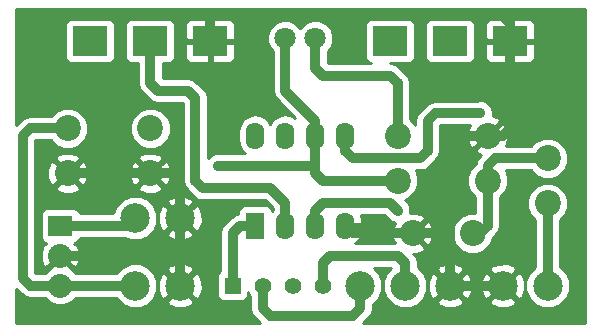
<source format=gbl>
G04 (created by PCBNEW (2013-07-07 BZR 4022)-stable) date 24/05/2018 08:43:11*
%MOIN*%
G04 Gerber Fmt 3.4, Leading zero omitted, Abs format*
%FSLAX34Y34*%
G01*
G70*
G90*
G04 APERTURE LIST*
%ADD10C,0.00590551*%
%ADD11C,0.0866142*%
%ADD12R,0.11811X0.0984252*%
%ADD13R,0.062X0.09*%
%ADD14O,0.062X0.09*%
%ADD15C,0.0984252*%
%ADD16R,0.08X0.07*%
%ADD17C,0.08*%
%ADD18R,0.055X0.055*%
%ADD19C,0.055*%
%ADD20C,0.0708661*%
%ADD21C,0.035*%
%ADD22C,0.032*%
%ADD23C,0.01*%
G04 APERTURE END LIST*
G54D10*
G54D11*
X76750Y-58500D03*
X76750Y-60000D03*
G54D12*
X74750Y-55598D03*
X76750Y-55598D03*
X78750Y-55598D03*
X84750Y-55598D03*
X86750Y-55598D03*
X88750Y-55598D03*
G54D11*
X74000Y-58500D03*
X74000Y-60000D03*
X85000Y-58750D03*
X88000Y-58750D03*
G54D13*
X80250Y-61750D03*
G54D14*
X81250Y-61750D03*
X82250Y-61750D03*
X83250Y-61750D03*
X83250Y-58750D03*
X82250Y-58750D03*
X81250Y-58750D03*
X80250Y-58750D03*
G54D15*
X76250Y-63750D03*
X77750Y-63750D03*
X90000Y-63750D03*
X86750Y-63750D03*
X88500Y-63750D03*
X77750Y-61500D03*
X76250Y-61500D03*
X85250Y-63750D03*
X83750Y-63750D03*
G54D16*
X73750Y-61750D03*
G54D17*
X73750Y-63750D03*
X73750Y-62750D03*
G54D11*
X90000Y-59500D03*
X90000Y-61000D03*
G54D18*
X79500Y-63750D03*
G54D19*
X80500Y-63750D03*
X81500Y-63750D03*
X82500Y-63750D03*
G54D11*
X85000Y-60250D03*
X88000Y-60250D03*
X87500Y-62000D03*
X85500Y-62000D03*
G54D20*
X81250Y-55500D03*
X82250Y-55500D03*
G54D21*
X79000Y-59750D03*
X87750Y-58000D03*
X85000Y-61250D03*
G54D22*
X88750Y-55000D02*
X88500Y-54750D01*
X73000Y-55000D02*
X73250Y-54750D01*
X73250Y-54750D02*
X78750Y-54750D01*
X78750Y-55500D02*
X78750Y-54750D01*
X78750Y-54750D02*
X88500Y-54750D01*
X88000Y-58750D02*
X88500Y-58750D01*
X88750Y-58500D02*
X88750Y-55500D01*
X88500Y-58750D02*
X88750Y-58500D01*
X88750Y-55000D02*
X88750Y-55500D01*
X75250Y-57500D02*
X75000Y-57250D01*
X73000Y-57000D02*
X73000Y-55000D01*
X73250Y-57250D02*
X75000Y-57250D01*
X73000Y-57000D02*
X73250Y-57250D01*
X75250Y-57500D02*
X75250Y-60000D01*
X85500Y-62000D02*
X86750Y-62000D01*
X86750Y-63750D02*
X86750Y-62000D01*
X86750Y-62000D02*
X86750Y-59000D01*
X86750Y-59000D02*
X87000Y-58750D01*
X87000Y-58750D02*
X88000Y-58750D01*
X73750Y-62750D02*
X77750Y-62750D01*
X77750Y-63750D02*
X77750Y-62750D01*
X77750Y-62750D02*
X77750Y-61500D01*
X85500Y-62000D02*
X83500Y-62000D01*
X83500Y-62000D02*
X83250Y-61750D01*
X86750Y-63750D02*
X88500Y-63750D01*
X77750Y-61500D02*
X77750Y-60250D01*
X77500Y-60000D02*
X76750Y-60000D01*
X77750Y-60250D02*
X77500Y-60000D01*
X74000Y-60000D02*
X75250Y-60000D01*
X75250Y-60000D02*
X76750Y-60000D01*
X90000Y-61000D02*
X90000Y-63750D01*
X80750Y-60500D02*
X78500Y-60500D01*
X78250Y-60250D02*
X78250Y-57500D01*
X78500Y-60500D02*
X78250Y-60250D01*
X77000Y-57250D02*
X76750Y-57000D01*
X81250Y-61000D02*
X80750Y-60500D01*
X78250Y-57500D02*
X78000Y-57250D01*
X78000Y-57250D02*
X77000Y-57250D01*
X81250Y-61750D02*
X81250Y-61000D01*
X76750Y-57000D02*
X76750Y-55500D01*
X73750Y-61750D02*
X76000Y-61750D01*
X76000Y-61750D02*
X76250Y-61500D01*
X73750Y-63750D02*
X72750Y-63750D01*
X72750Y-58500D02*
X74000Y-58500D01*
X72500Y-58750D02*
X72750Y-58500D01*
X72500Y-63500D02*
X72500Y-58750D01*
X72750Y-63750D02*
X72500Y-63500D01*
X76250Y-63750D02*
X73750Y-63750D01*
X90000Y-59500D02*
X88250Y-59500D01*
X88000Y-59750D02*
X88000Y-60250D01*
X88250Y-59500D02*
X88000Y-59750D01*
X87500Y-62000D02*
X87750Y-62000D01*
X88000Y-60250D02*
X88000Y-61750D01*
X87750Y-62000D02*
X88000Y-61750D01*
X82250Y-55500D02*
X82250Y-56500D01*
X85000Y-57000D02*
X85000Y-58750D01*
X84750Y-56750D02*
X85000Y-57000D01*
X82500Y-56750D02*
X84750Y-56750D01*
X82250Y-56500D02*
X82500Y-56750D01*
X79000Y-59750D02*
X82250Y-59750D01*
X85000Y-60250D02*
X82500Y-60250D01*
X82500Y-60250D02*
X82250Y-60000D01*
X82250Y-60000D02*
X82250Y-59750D01*
X82250Y-59750D02*
X82250Y-58750D01*
X82250Y-58750D02*
X82250Y-58250D01*
X82250Y-58250D02*
X81250Y-57250D01*
X81250Y-57250D02*
X81250Y-55500D01*
X82500Y-63750D02*
X82500Y-63000D01*
X85250Y-63000D02*
X85250Y-63750D01*
X85000Y-62750D02*
X85250Y-63000D01*
X82750Y-62750D02*
X85000Y-62750D01*
X82500Y-63000D02*
X82750Y-62750D01*
X85750Y-59500D02*
X83500Y-59500D01*
X83250Y-59250D02*
X83250Y-58750D01*
X83500Y-59500D02*
X83250Y-59250D01*
X86000Y-59250D02*
X85750Y-59500D01*
X86000Y-58250D02*
X86000Y-59250D01*
X86250Y-58000D02*
X86000Y-58250D01*
X87750Y-58000D02*
X86250Y-58000D01*
X83500Y-64750D02*
X83750Y-64500D01*
X80500Y-63750D02*
X80500Y-64500D01*
X83750Y-64500D02*
X83750Y-63750D01*
X80750Y-64750D02*
X83500Y-64750D01*
X80500Y-64500D02*
X80750Y-64750D01*
X80250Y-61750D02*
X79750Y-61750D01*
X79500Y-62000D02*
X79500Y-63750D01*
X79750Y-61750D02*
X79500Y-62000D01*
X85000Y-61250D02*
X84750Y-61000D01*
X84750Y-61000D02*
X82500Y-61000D01*
X82500Y-61000D02*
X82250Y-61250D01*
X82250Y-61250D02*
X82250Y-61750D01*
G54D10*
G36*
X84897Y-62340D02*
X83576Y-62340D01*
X83610Y-62321D01*
X83748Y-62150D01*
X83810Y-61940D01*
X83810Y-61800D01*
X83300Y-61800D01*
X83300Y-61807D01*
X83200Y-61807D01*
X83200Y-61800D01*
X83192Y-61800D01*
X83192Y-61700D01*
X83200Y-61700D01*
X83200Y-61692D01*
X83300Y-61692D01*
X83300Y-61700D01*
X83810Y-61700D01*
X83810Y-61560D01*
X83765Y-61410D01*
X84580Y-61410D01*
X84624Y-61454D01*
X84639Y-61490D01*
X84758Y-61610D01*
X84895Y-61666D01*
X84812Y-61886D01*
X84821Y-62158D01*
X84897Y-62340D01*
X84897Y-62340D01*
G37*
G54D23*
X84897Y-62340D02*
X83576Y-62340D01*
X83610Y-62321D01*
X83748Y-62150D01*
X83810Y-61940D01*
X83810Y-61800D01*
X83300Y-61800D01*
X83300Y-61807D01*
X83200Y-61807D01*
X83200Y-61800D01*
X83192Y-61800D01*
X83192Y-61700D01*
X83200Y-61700D01*
X83200Y-61692D01*
X83300Y-61692D01*
X83300Y-61700D01*
X83810Y-61700D01*
X83810Y-61560D01*
X83765Y-61410D01*
X84580Y-61410D01*
X84624Y-61454D01*
X84639Y-61490D01*
X84758Y-61610D01*
X84895Y-61666D01*
X84812Y-61886D01*
X84821Y-62158D01*
X84897Y-62340D01*
G54D10*
G36*
X91230Y-64980D02*
X90742Y-64980D01*
X90742Y-63603D01*
X90629Y-63330D01*
X90420Y-63121D01*
X90410Y-63116D01*
X90410Y-61555D01*
X90578Y-61387D01*
X90682Y-61136D01*
X90683Y-60864D01*
X90683Y-59364D01*
X90579Y-59113D01*
X90387Y-58921D01*
X90136Y-58817D01*
X89864Y-58816D01*
X89613Y-58920D01*
X89590Y-58943D01*
X89590Y-56041D01*
X89590Y-55155D01*
X89590Y-55056D01*
X89552Y-54964D01*
X89481Y-54894D01*
X89390Y-54856D01*
X88862Y-54856D01*
X88800Y-54918D01*
X88800Y-55548D01*
X89528Y-55548D01*
X89590Y-55485D01*
X89590Y-55155D01*
X89590Y-56041D01*
X89590Y-55710D01*
X89528Y-55648D01*
X88800Y-55648D01*
X88800Y-56278D01*
X88862Y-56340D01*
X89390Y-56340D01*
X89481Y-56302D01*
X89552Y-56232D01*
X89590Y-56140D01*
X89590Y-56041D01*
X89590Y-58943D01*
X89443Y-59090D01*
X88700Y-59090D01*
X88700Y-56278D01*
X88700Y-55648D01*
X88700Y-55548D01*
X88700Y-54918D01*
X88637Y-54856D01*
X88109Y-54856D01*
X88018Y-54894D01*
X87947Y-54964D01*
X87909Y-55056D01*
X87909Y-55155D01*
X87909Y-55485D01*
X87971Y-55548D01*
X88700Y-55548D01*
X88700Y-55648D01*
X87971Y-55648D01*
X87909Y-55710D01*
X87909Y-56041D01*
X87909Y-56140D01*
X87947Y-56232D01*
X88018Y-56302D01*
X88109Y-56340D01*
X88637Y-56340D01*
X88700Y-56278D01*
X88700Y-59090D01*
X88601Y-59090D01*
X88687Y-58863D01*
X88678Y-58591D01*
X88591Y-58382D01*
X88482Y-58338D01*
X88070Y-58750D01*
X88076Y-58755D01*
X88005Y-58826D01*
X88000Y-58820D01*
X87588Y-59232D01*
X87632Y-59341D01*
X87775Y-59395D01*
X87710Y-59460D01*
X87621Y-59593D01*
X87603Y-59680D01*
X87421Y-59862D01*
X87317Y-60113D01*
X87316Y-60385D01*
X87420Y-60636D01*
X87590Y-60806D01*
X87590Y-61317D01*
X87364Y-61316D01*
X87113Y-61420D01*
X86921Y-61612D01*
X86817Y-61863D01*
X86816Y-62135D01*
X86920Y-62386D01*
X87112Y-62578D01*
X87363Y-62682D01*
X87635Y-62683D01*
X87886Y-62579D01*
X88078Y-62387D01*
X88175Y-62154D01*
X88289Y-62039D01*
X88378Y-61906D01*
X88410Y-61750D01*
X88410Y-60805D01*
X88578Y-60637D01*
X88682Y-60386D01*
X88683Y-60114D01*
X88598Y-59910D01*
X89444Y-59910D01*
X89612Y-60078D01*
X89863Y-60182D01*
X90135Y-60183D01*
X90386Y-60079D01*
X90578Y-59887D01*
X90682Y-59636D01*
X90683Y-59364D01*
X90683Y-60864D01*
X90579Y-60613D01*
X90387Y-60421D01*
X90136Y-60317D01*
X89864Y-60316D01*
X89613Y-60420D01*
X89421Y-60612D01*
X89317Y-60863D01*
X89316Y-61135D01*
X89420Y-61386D01*
X89590Y-61556D01*
X89590Y-63116D01*
X89580Y-63120D01*
X89371Y-63329D01*
X89258Y-63601D01*
X89257Y-63896D01*
X89370Y-64169D01*
X89579Y-64378D01*
X89851Y-64491D01*
X90146Y-64492D01*
X90419Y-64379D01*
X90628Y-64170D01*
X90741Y-63898D01*
X90742Y-63603D01*
X90742Y-64980D01*
X89245Y-64980D01*
X89245Y-63877D01*
X89237Y-63582D01*
X89140Y-63346D01*
X89024Y-63295D01*
X88954Y-63366D01*
X88954Y-63225D01*
X88903Y-63109D01*
X88627Y-63004D01*
X88332Y-63012D01*
X88096Y-63109D01*
X88045Y-63225D01*
X88500Y-63679D01*
X88954Y-63225D01*
X88954Y-63366D01*
X88570Y-63750D01*
X89024Y-64204D01*
X89140Y-64153D01*
X89245Y-63877D01*
X89245Y-64980D01*
X88954Y-64980D01*
X88954Y-64274D01*
X88500Y-63820D01*
X88429Y-63891D01*
X88429Y-63750D01*
X87975Y-63295D01*
X87859Y-63346D01*
X87754Y-63622D01*
X87762Y-63917D01*
X87859Y-64153D01*
X87975Y-64204D01*
X88429Y-63750D01*
X88429Y-63891D01*
X88045Y-64274D01*
X88096Y-64390D01*
X88372Y-64495D01*
X88667Y-64487D01*
X88903Y-64390D01*
X88954Y-64274D01*
X88954Y-64980D01*
X87495Y-64980D01*
X87495Y-63877D01*
X87487Y-63582D01*
X87390Y-63346D01*
X87274Y-63295D01*
X87204Y-63366D01*
X87204Y-63225D01*
X87153Y-63109D01*
X86877Y-63004D01*
X86582Y-63012D01*
X86346Y-63109D01*
X86295Y-63225D01*
X86750Y-63679D01*
X87204Y-63225D01*
X87204Y-63366D01*
X86820Y-63750D01*
X87274Y-64204D01*
X87390Y-64153D01*
X87495Y-63877D01*
X87495Y-64980D01*
X87204Y-64980D01*
X87204Y-64274D01*
X86750Y-63820D01*
X86679Y-63891D01*
X86679Y-63750D01*
X86225Y-63295D01*
X86187Y-63312D01*
X86187Y-62113D01*
X86178Y-61841D01*
X86091Y-61632D01*
X85982Y-61588D01*
X85570Y-62000D01*
X85982Y-62411D01*
X86091Y-62367D01*
X86187Y-62113D01*
X86187Y-63312D01*
X86109Y-63346D01*
X86004Y-63622D01*
X86012Y-63917D01*
X86109Y-64153D01*
X86225Y-64204D01*
X86679Y-63750D01*
X86679Y-63891D01*
X86295Y-64274D01*
X86346Y-64390D01*
X86622Y-64495D01*
X86917Y-64487D01*
X87153Y-64390D01*
X87204Y-64274D01*
X87204Y-64980D01*
X83849Y-64980D01*
X84039Y-64789D01*
X84128Y-64656D01*
X84160Y-64500D01*
X84160Y-64383D01*
X84169Y-64379D01*
X84378Y-64170D01*
X84491Y-63898D01*
X84492Y-63603D01*
X84379Y-63330D01*
X84209Y-63160D01*
X84790Y-63160D01*
X84621Y-63329D01*
X84508Y-63601D01*
X84507Y-63896D01*
X84620Y-64169D01*
X84829Y-64378D01*
X85101Y-64491D01*
X85396Y-64492D01*
X85669Y-64379D01*
X85878Y-64170D01*
X85991Y-63898D01*
X85992Y-63603D01*
X85879Y-63330D01*
X85670Y-63121D01*
X85660Y-63116D01*
X85660Y-63000D01*
X85628Y-62843D01*
X85539Y-62710D01*
X85512Y-62683D01*
X85658Y-62678D01*
X85867Y-62591D01*
X85911Y-62482D01*
X85500Y-62070D01*
X85494Y-62076D01*
X85423Y-62005D01*
X85429Y-62000D01*
X85423Y-61994D01*
X85494Y-61923D01*
X85500Y-61929D01*
X85911Y-61517D01*
X85867Y-61408D01*
X85613Y-61312D01*
X85424Y-61319D01*
X85425Y-61165D01*
X85360Y-61009D01*
X85241Y-60889D01*
X85240Y-60889D01*
X85386Y-60829D01*
X85578Y-60637D01*
X85682Y-60386D01*
X85683Y-60114D01*
X85598Y-59910D01*
X85750Y-59910D01*
X85906Y-59878D01*
X85906Y-59878D01*
X86039Y-59789D01*
X86289Y-59539D01*
X86378Y-59406D01*
X86410Y-59250D01*
X86410Y-58419D01*
X86419Y-58410D01*
X87398Y-58410D01*
X87312Y-58636D01*
X87321Y-58908D01*
X87408Y-59117D01*
X87517Y-59161D01*
X87929Y-58750D01*
X87923Y-58744D01*
X87994Y-58673D01*
X88000Y-58679D01*
X88411Y-58267D01*
X88367Y-58158D01*
X88174Y-58085D01*
X88174Y-58084D01*
X88175Y-57915D01*
X88110Y-57759D01*
X87991Y-57639D01*
X87834Y-57575D01*
X87665Y-57574D01*
X87629Y-57590D01*
X87590Y-57590D01*
X87590Y-56041D01*
X87590Y-55056D01*
X87552Y-54964D01*
X87482Y-54894D01*
X87390Y-54856D01*
X87291Y-54856D01*
X86109Y-54856D01*
X86018Y-54894D01*
X85947Y-54964D01*
X85909Y-55056D01*
X85909Y-55155D01*
X85909Y-56140D01*
X85947Y-56231D01*
X86017Y-56302D01*
X86109Y-56340D01*
X86208Y-56340D01*
X87390Y-56340D01*
X87481Y-56302D01*
X87552Y-56232D01*
X87590Y-56140D01*
X87590Y-56041D01*
X87590Y-57590D01*
X86250Y-57590D01*
X86093Y-57621D01*
X85960Y-57710D01*
X85710Y-57960D01*
X85621Y-58093D01*
X85590Y-58250D01*
X85590Y-58389D01*
X85579Y-58363D01*
X85410Y-58193D01*
X85410Y-57000D01*
X85378Y-56843D01*
X85289Y-56710D01*
X85039Y-56460D01*
X84906Y-56371D01*
X84752Y-56340D01*
X85390Y-56340D01*
X85481Y-56302D01*
X85552Y-56232D01*
X85590Y-56140D01*
X85590Y-56041D01*
X85590Y-55056D01*
X85552Y-54964D01*
X85482Y-54894D01*
X85390Y-54856D01*
X85291Y-54856D01*
X84109Y-54856D01*
X84018Y-54894D01*
X83947Y-54964D01*
X83909Y-55056D01*
X83909Y-55155D01*
X83909Y-56140D01*
X83947Y-56231D01*
X84017Y-56302D01*
X84108Y-56340D01*
X82669Y-56340D01*
X82660Y-56330D01*
X82660Y-55944D01*
X82762Y-55842D01*
X82854Y-55620D01*
X82854Y-55380D01*
X82762Y-55158D01*
X82592Y-54987D01*
X82370Y-54895D01*
X82130Y-54895D01*
X81908Y-54987D01*
X81749Y-55145D01*
X81592Y-54987D01*
X81370Y-54895D01*
X81130Y-54895D01*
X80908Y-54987D01*
X80737Y-55157D01*
X80645Y-55379D01*
X80645Y-55619D01*
X80737Y-55841D01*
X80840Y-55944D01*
X80840Y-57250D01*
X80871Y-57406D01*
X80960Y-57539D01*
X81569Y-58148D01*
X81464Y-58078D01*
X81250Y-58036D01*
X81035Y-58078D01*
X80854Y-58200D01*
X80750Y-58355D01*
X80645Y-58200D01*
X80464Y-58078D01*
X80250Y-58036D01*
X80035Y-58078D01*
X79854Y-58200D01*
X79732Y-58381D01*
X79690Y-58596D01*
X79690Y-58903D01*
X79732Y-59118D01*
X79854Y-59299D01*
X79914Y-59340D01*
X79590Y-59340D01*
X79590Y-56041D01*
X79590Y-55155D01*
X79590Y-55056D01*
X79552Y-54964D01*
X79481Y-54894D01*
X79390Y-54856D01*
X78862Y-54856D01*
X78800Y-54918D01*
X78800Y-55548D01*
X79528Y-55548D01*
X79590Y-55485D01*
X79590Y-55155D01*
X79590Y-56041D01*
X79590Y-55710D01*
X79528Y-55648D01*
X78800Y-55648D01*
X78800Y-56278D01*
X78862Y-56340D01*
X79390Y-56340D01*
X79481Y-56302D01*
X79552Y-56232D01*
X79590Y-56140D01*
X79590Y-56041D01*
X79590Y-59340D01*
X79120Y-59340D01*
X79084Y-59325D01*
X78915Y-59324D01*
X78759Y-59389D01*
X78700Y-59448D01*
X78700Y-56278D01*
X78700Y-55648D01*
X78700Y-55548D01*
X78700Y-54918D01*
X78637Y-54856D01*
X78109Y-54856D01*
X78018Y-54894D01*
X77947Y-54964D01*
X77909Y-55056D01*
X77909Y-55155D01*
X77909Y-55485D01*
X77971Y-55548D01*
X78700Y-55548D01*
X78700Y-55648D01*
X77971Y-55648D01*
X77909Y-55710D01*
X77909Y-56041D01*
X77909Y-56140D01*
X77947Y-56232D01*
X78018Y-56302D01*
X78109Y-56340D01*
X78637Y-56340D01*
X78700Y-56278D01*
X78700Y-59448D01*
X78660Y-59488D01*
X78660Y-57500D01*
X78628Y-57343D01*
X78539Y-57210D01*
X78289Y-56960D01*
X78156Y-56871D01*
X78000Y-56840D01*
X77169Y-56840D01*
X77160Y-56830D01*
X77160Y-56340D01*
X77390Y-56340D01*
X77481Y-56302D01*
X77552Y-56232D01*
X77590Y-56140D01*
X77590Y-56041D01*
X77590Y-55056D01*
X77552Y-54964D01*
X77482Y-54894D01*
X77390Y-54856D01*
X77291Y-54856D01*
X76109Y-54856D01*
X76018Y-54894D01*
X75947Y-54964D01*
X75909Y-55056D01*
X75909Y-55155D01*
X75909Y-56140D01*
X75947Y-56231D01*
X76017Y-56302D01*
X76109Y-56340D01*
X76208Y-56340D01*
X76340Y-56340D01*
X76340Y-57000D01*
X76371Y-57156D01*
X76460Y-57289D01*
X76710Y-57539D01*
X76843Y-57628D01*
X77000Y-57660D01*
X77830Y-57660D01*
X77840Y-57669D01*
X77840Y-60250D01*
X77871Y-60406D01*
X77960Y-60539D01*
X78210Y-60789D01*
X78343Y-60878D01*
X78500Y-60910D01*
X80580Y-60910D01*
X80840Y-61169D01*
X80840Y-61221D01*
X80810Y-61266D01*
X80810Y-61250D01*
X80772Y-61158D01*
X80701Y-61088D01*
X80609Y-61050D01*
X80510Y-61049D01*
X79890Y-61049D01*
X79798Y-61087D01*
X79728Y-61158D01*
X79690Y-61250D01*
X79689Y-61349D01*
X79689Y-61351D01*
X79593Y-61371D01*
X79460Y-61460D01*
X79210Y-61710D01*
X79121Y-61843D01*
X79090Y-62000D01*
X79090Y-63260D01*
X79083Y-63262D01*
X79013Y-63333D01*
X78975Y-63425D01*
X78974Y-63524D01*
X78974Y-64074D01*
X79012Y-64166D01*
X79083Y-64236D01*
X79175Y-64274D01*
X79274Y-64275D01*
X79824Y-64275D01*
X79916Y-64237D01*
X79986Y-64166D01*
X80024Y-64074D01*
X80025Y-63975D01*
X80025Y-63975D01*
X80054Y-64047D01*
X80090Y-64082D01*
X80090Y-64500D01*
X80121Y-64656D01*
X80210Y-64789D01*
X80400Y-64980D01*
X78495Y-64980D01*
X78495Y-63877D01*
X78495Y-61627D01*
X78487Y-61332D01*
X78390Y-61096D01*
X78274Y-61045D01*
X78204Y-61116D01*
X78204Y-60975D01*
X78153Y-60859D01*
X77877Y-60754D01*
X77582Y-60762D01*
X77437Y-60822D01*
X77437Y-60113D01*
X77433Y-59992D01*
X77433Y-58364D01*
X77329Y-58113D01*
X77137Y-57921D01*
X76886Y-57817D01*
X76614Y-57816D01*
X76363Y-57920D01*
X76171Y-58112D01*
X76067Y-58363D01*
X76066Y-58635D01*
X76170Y-58886D01*
X76362Y-59078D01*
X76613Y-59182D01*
X76885Y-59183D01*
X77136Y-59079D01*
X77328Y-58887D01*
X77432Y-58636D01*
X77433Y-58364D01*
X77433Y-59992D01*
X77428Y-59841D01*
X77341Y-59632D01*
X77232Y-59588D01*
X77161Y-59659D01*
X77161Y-59517D01*
X77117Y-59408D01*
X76863Y-59312D01*
X76591Y-59321D01*
X76382Y-59408D01*
X76338Y-59517D01*
X76750Y-59929D01*
X77161Y-59517D01*
X77161Y-59659D01*
X76820Y-60000D01*
X77232Y-60411D01*
X77341Y-60367D01*
X77437Y-60113D01*
X77437Y-60822D01*
X77346Y-60859D01*
X77295Y-60975D01*
X77750Y-61429D01*
X78204Y-60975D01*
X78204Y-61116D01*
X77820Y-61500D01*
X78274Y-61954D01*
X78390Y-61903D01*
X78495Y-61627D01*
X78495Y-63877D01*
X78487Y-63582D01*
X78390Y-63346D01*
X78274Y-63295D01*
X78204Y-63366D01*
X78204Y-63225D01*
X78204Y-62024D01*
X77750Y-61570D01*
X77679Y-61641D01*
X77679Y-61500D01*
X77225Y-61045D01*
X77161Y-61073D01*
X77161Y-60482D01*
X76750Y-60070D01*
X76679Y-60141D01*
X76679Y-60000D01*
X76267Y-59588D01*
X76158Y-59632D01*
X76062Y-59886D01*
X76071Y-60158D01*
X76158Y-60367D01*
X76267Y-60411D01*
X76679Y-60000D01*
X76679Y-60141D01*
X76338Y-60482D01*
X76382Y-60591D01*
X76636Y-60687D01*
X76908Y-60678D01*
X77117Y-60591D01*
X77161Y-60482D01*
X77161Y-61073D01*
X77109Y-61096D01*
X77004Y-61372D01*
X77012Y-61667D01*
X77109Y-61903D01*
X77225Y-61954D01*
X77679Y-61500D01*
X77679Y-61641D01*
X77295Y-62024D01*
X77346Y-62140D01*
X77622Y-62245D01*
X77917Y-62237D01*
X78153Y-62140D01*
X78204Y-62024D01*
X78204Y-63225D01*
X78153Y-63109D01*
X77877Y-63004D01*
X77582Y-63012D01*
X77346Y-63109D01*
X77295Y-63225D01*
X77750Y-63679D01*
X78204Y-63225D01*
X78204Y-63366D01*
X77820Y-63750D01*
X78274Y-64204D01*
X78390Y-64153D01*
X78495Y-63877D01*
X78495Y-64980D01*
X78204Y-64980D01*
X78204Y-64274D01*
X77750Y-63820D01*
X77679Y-63891D01*
X77679Y-63750D01*
X77225Y-63295D01*
X77109Y-63346D01*
X77004Y-63622D01*
X77012Y-63917D01*
X77109Y-64153D01*
X77225Y-64204D01*
X77679Y-63750D01*
X77679Y-63891D01*
X77295Y-64274D01*
X77346Y-64390D01*
X77622Y-64495D01*
X77917Y-64487D01*
X78153Y-64390D01*
X78204Y-64274D01*
X78204Y-64980D01*
X72269Y-64980D01*
X72269Y-63849D01*
X72460Y-64039D01*
X72593Y-64128D01*
X72750Y-64160D01*
X73240Y-64160D01*
X73381Y-64300D01*
X73620Y-64399D01*
X73878Y-64400D01*
X74117Y-64301D01*
X74259Y-64160D01*
X75616Y-64160D01*
X75620Y-64169D01*
X75829Y-64378D01*
X76101Y-64491D01*
X76396Y-64492D01*
X76669Y-64379D01*
X76878Y-64170D01*
X76991Y-63898D01*
X76992Y-63603D01*
X76992Y-61353D01*
X76879Y-61080D01*
X76670Y-60871D01*
X76398Y-60758D01*
X76103Y-60757D01*
X75830Y-60870D01*
X75621Y-61079D01*
X75590Y-61152D01*
X75590Y-56041D01*
X75590Y-55056D01*
X75552Y-54964D01*
X75482Y-54894D01*
X75390Y-54856D01*
X75291Y-54856D01*
X74109Y-54856D01*
X74018Y-54894D01*
X73947Y-54964D01*
X73909Y-55056D01*
X73909Y-55155D01*
X73909Y-56140D01*
X73947Y-56231D01*
X74017Y-56302D01*
X74109Y-56340D01*
X74208Y-56340D01*
X75390Y-56340D01*
X75481Y-56302D01*
X75552Y-56232D01*
X75590Y-56140D01*
X75590Y-56041D01*
X75590Y-61152D01*
X75512Y-61340D01*
X74687Y-61340D01*
X74687Y-60113D01*
X74678Y-59841D01*
X74591Y-59632D01*
X74482Y-59588D01*
X74411Y-59659D01*
X74411Y-59517D01*
X74367Y-59408D01*
X74113Y-59312D01*
X73841Y-59321D01*
X73632Y-59408D01*
X73588Y-59517D01*
X74000Y-59929D01*
X74411Y-59517D01*
X74411Y-59659D01*
X74070Y-60000D01*
X74482Y-60411D01*
X74591Y-60367D01*
X74687Y-60113D01*
X74687Y-61340D01*
X74411Y-61340D01*
X74411Y-60482D01*
X74000Y-60070D01*
X73929Y-60141D01*
X73929Y-60000D01*
X73517Y-59588D01*
X73408Y-59632D01*
X73312Y-59886D01*
X73321Y-60158D01*
X73408Y-60367D01*
X73517Y-60411D01*
X73929Y-60000D01*
X73929Y-60141D01*
X73588Y-60482D01*
X73632Y-60591D01*
X73886Y-60687D01*
X74158Y-60678D01*
X74367Y-60591D01*
X74411Y-60482D01*
X74411Y-61340D01*
X74395Y-61340D01*
X74362Y-61258D01*
X74291Y-61188D01*
X74199Y-61150D01*
X74100Y-61149D01*
X73300Y-61149D01*
X73208Y-61187D01*
X73138Y-61258D01*
X73100Y-61350D01*
X73099Y-61449D01*
X73099Y-62149D01*
X73137Y-62241D01*
X73208Y-62311D01*
X73264Y-62335D01*
X73291Y-62362D01*
X73185Y-62402D01*
X73095Y-62644D01*
X73105Y-62902D01*
X73185Y-63097D01*
X73291Y-63137D01*
X73679Y-62750D01*
X73673Y-62744D01*
X73744Y-62673D01*
X73750Y-62679D01*
X73755Y-62673D01*
X73826Y-62744D01*
X73820Y-62750D01*
X74208Y-63137D01*
X74314Y-63097D01*
X74404Y-62855D01*
X74394Y-62597D01*
X74314Y-62402D01*
X74208Y-62362D01*
X74235Y-62335D01*
X74291Y-62312D01*
X74361Y-62241D01*
X74395Y-62160D01*
X75904Y-62160D01*
X76101Y-62241D01*
X76396Y-62242D01*
X76669Y-62129D01*
X76878Y-61920D01*
X76991Y-61648D01*
X76992Y-61353D01*
X76992Y-63603D01*
X76879Y-63330D01*
X76670Y-63121D01*
X76398Y-63008D01*
X76103Y-63007D01*
X75830Y-63120D01*
X75621Y-63329D01*
X75616Y-63340D01*
X74404Y-63340D01*
X74259Y-63340D01*
X74134Y-63215D01*
X74137Y-63208D01*
X73750Y-62820D01*
X73679Y-62891D01*
X73362Y-63208D01*
X73365Y-63215D01*
X73240Y-63340D01*
X72919Y-63340D01*
X72910Y-63330D01*
X72910Y-58919D01*
X72919Y-58910D01*
X73444Y-58910D01*
X73612Y-59078D01*
X73863Y-59182D01*
X74135Y-59183D01*
X74386Y-59079D01*
X74578Y-58887D01*
X74682Y-58636D01*
X74683Y-58364D01*
X74579Y-58113D01*
X74387Y-57921D01*
X74136Y-57817D01*
X73864Y-57816D01*
X73613Y-57920D01*
X73443Y-58090D01*
X72750Y-58090D01*
X72593Y-58121D01*
X72460Y-58210D01*
X72269Y-58400D01*
X72269Y-54519D01*
X91230Y-54519D01*
X91230Y-64980D01*
X91230Y-64980D01*
G37*
G54D23*
X91230Y-64980D02*
X90742Y-64980D01*
X90742Y-63603D01*
X90629Y-63330D01*
X90420Y-63121D01*
X90410Y-63116D01*
X90410Y-61555D01*
X90578Y-61387D01*
X90682Y-61136D01*
X90683Y-60864D01*
X90683Y-59364D01*
X90579Y-59113D01*
X90387Y-58921D01*
X90136Y-58817D01*
X89864Y-58816D01*
X89613Y-58920D01*
X89590Y-58943D01*
X89590Y-56041D01*
X89590Y-55155D01*
X89590Y-55056D01*
X89552Y-54964D01*
X89481Y-54894D01*
X89390Y-54856D01*
X88862Y-54856D01*
X88800Y-54918D01*
X88800Y-55548D01*
X89528Y-55548D01*
X89590Y-55485D01*
X89590Y-55155D01*
X89590Y-56041D01*
X89590Y-55710D01*
X89528Y-55648D01*
X88800Y-55648D01*
X88800Y-56278D01*
X88862Y-56340D01*
X89390Y-56340D01*
X89481Y-56302D01*
X89552Y-56232D01*
X89590Y-56140D01*
X89590Y-56041D01*
X89590Y-58943D01*
X89443Y-59090D01*
X88700Y-59090D01*
X88700Y-56278D01*
X88700Y-55648D01*
X88700Y-55548D01*
X88700Y-54918D01*
X88637Y-54856D01*
X88109Y-54856D01*
X88018Y-54894D01*
X87947Y-54964D01*
X87909Y-55056D01*
X87909Y-55155D01*
X87909Y-55485D01*
X87971Y-55548D01*
X88700Y-55548D01*
X88700Y-55648D01*
X87971Y-55648D01*
X87909Y-55710D01*
X87909Y-56041D01*
X87909Y-56140D01*
X87947Y-56232D01*
X88018Y-56302D01*
X88109Y-56340D01*
X88637Y-56340D01*
X88700Y-56278D01*
X88700Y-59090D01*
X88601Y-59090D01*
X88687Y-58863D01*
X88678Y-58591D01*
X88591Y-58382D01*
X88482Y-58338D01*
X88070Y-58750D01*
X88076Y-58755D01*
X88005Y-58826D01*
X88000Y-58820D01*
X87588Y-59232D01*
X87632Y-59341D01*
X87775Y-59395D01*
X87710Y-59460D01*
X87621Y-59593D01*
X87603Y-59680D01*
X87421Y-59862D01*
X87317Y-60113D01*
X87316Y-60385D01*
X87420Y-60636D01*
X87590Y-60806D01*
X87590Y-61317D01*
X87364Y-61316D01*
X87113Y-61420D01*
X86921Y-61612D01*
X86817Y-61863D01*
X86816Y-62135D01*
X86920Y-62386D01*
X87112Y-62578D01*
X87363Y-62682D01*
X87635Y-62683D01*
X87886Y-62579D01*
X88078Y-62387D01*
X88175Y-62154D01*
X88289Y-62039D01*
X88378Y-61906D01*
X88410Y-61750D01*
X88410Y-60805D01*
X88578Y-60637D01*
X88682Y-60386D01*
X88683Y-60114D01*
X88598Y-59910D01*
X89444Y-59910D01*
X89612Y-60078D01*
X89863Y-60182D01*
X90135Y-60183D01*
X90386Y-60079D01*
X90578Y-59887D01*
X90682Y-59636D01*
X90683Y-59364D01*
X90683Y-60864D01*
X90579Y-60613D01*
X90387Y-60421D01*
X90136Y-60317D01*
X89864Y-60316D01*
X89613Y-60420D01*
X89421Y-60612D01*
X89317Y-60863D01*
X89316Y-61135D01*
X89420Y-61386D01*
X89590Y-61556D01*
X89590Y-63116D01*
X89580Y-63120D01*
X89371Y-63329D01*
X89258Y-63601D01*
X89257Y-63896D01*
X89370Y-64169D01*
X89579Y-64378D01*
X89851Y-64491D01*
X90146Y-64492D01*
X90419Y-64379D01*
X90628Y-64170D01*
X90741Y-63898D01*
X90742Y-63603D01*
X90742Y-64980D01*
X89245Y-64980D01*
X89245Y-63877D01*
X89237Y-63582D01*
X89140Y-63346D01*
X89024Y-63295D01*
X88954Y-63366D01*
X88954Y-63225D01*
X88903Y-63109D01*
X88627Y-63004D01*
X88332Y-63012D01*
X88096Y-63109D01*
X88045Y-63225D01*
X88500Y-63679D01*
X88954Y-63225D01*
X88954Y-63366D01*
X88570Y-63750D01*
X89024Y-64204D01*
X89140Y-64153D01*
X89245Y-63877D01*
X89245Y-64980D01*
X88954Y-64980D01*
X88954Y-64274D01*
X88500Y-63820D01*
X88429Y-63891D01*
X88429Y-63750D01*
X87975Y-63295D01*
X87859Y-63346D01*
X87754Y-63622D01*
X87762Y-63917D01*
X87859Y-64153D01*
X87975Y-64204D01*
X88429Y-63750D01*
X88429Y-63891D01*
X88045Y-64274D01*
X88096Y-64390D01*
X88372Y-64495D01*
X88667Y-64487D01*
X88903Y-64390D01*
X88954Y-64274D01*
X88954Y-64980D01*
X87495Y-64980D01*
X87495Y-63877D01*
X87487Y-63582D01*
X87390Y-63346D01*
X87274Y-63295D01*
X87204Y-63366D01*
X87204Y-63225D01*
X87153Y-63109D01*
X86877Y-63004D01*
X86582Y-63012D01*
X86346Y-63109D01*
X86295Y-63225D01*
X86750Y-63679D01*
X87204Y-63225D01*
X87204Y-63366D01*
X86820Y-63750D01*
X87274Y-64204D01*
X87390Y-64153D01*
X87495Y-63877D01*
X87495Y-64980D01*
X87204Y-64980D01*
X87204Y-64274D01*
X86750Y-63820D01*
X86679Y-63891D01*
X86679Y-63750D01*
X86225Y-63295D01*
X86187Y-63312D01*
X86187Y-62113D01*
X86178Y-61841D01*
X86091Y-61632D01*
X85982Y-61588D01*
X85570Y-62000D01*
X85982Y-62411D01*
X86091Y-62367D01*
X86187Y-62113D01*
X86187Y-63312D01*
X86109Y-63346D01*
X86004Y-63622D01*
X86012Y-63917D01*
X86109Y-64153D01*
X86225Y-64204D01*
X86679Y-63750D01*
X86679Y-63891D01*
X86295Y-64274D01*
X86346Y-64390D01*
X86622Y-64495D01*
X86917Y-64487D01*
X87153Y-64390D01*
X87204Y-64274D01*
X87204Y-64980D01*
X83849Y-64980D01*
X84039Y-64789D01*
X84128Y-64656D01*
X84160Y-64500D01*
X84160Y-64383D01*
X84169Y-64379D01*
X84378Y-64170D01*
X84491Y-63898D01*
X84492Y-63603D01*
X84379Y-63330D01*
X84209Y-63160D01*
X84790Y-63160D01*
X84621Y-63329D01*
X84508Y-63601D01*
X84507Y-63896D01*
X84620Y-64169D01*
X84829Y-64378D01*
X85101Y-64491D01*
X85396Y-64492D01*
X85669Y-64379D01*
X85878Y-64170D01*
X85991Y-63898D01*
X85992Y-63603D01*
X85879Y-63330D01*
X85670Y-63121D01*
X85660Y-63116D01*
X85660Y-63000D01*
X85628Y-62843D01*
X85539Y-62710D01*
X85512Y-62683D01*
X85658Y-62678D01*
X85867Y-62591D01*
X85911Y-62482D01*
X85500Y-62070D01*
X85494Y-62076D01*
X85423Y-62005D01*
X85429Y-62000D01*
X85423Y-61994D01*
X85494Y-61923D01*
X85500Y-61929D01*
X85911Y-61517D01*
X85867Y-61408D01*
X85613Y-61312D01*
X85424Y-61319D01*
X85425Y-61165D01*
X85360Y-61009D01*
X85241Y-60889D01*
X85240Y-60889D01*
X85386Y-60829D01*
X85578Y-60637D01*
X85682Y-60386D01*
X85683Y-60114D01*
X85598Y-59910D01*
X85750Y-59910D01*
X85906Y-59878D01*
X85906Y-59878D01*
X86039Y-59789D01*
X86289Y-59539D01*
X86378Y-59406D01*
X86410Y-59250D01*
X86410Y-58419D01*
X86419Y-58410D01*
X87398Y-58410D01*
X87312Y-58636D01*
X87321Y-58908D01*
X87408Y-59117D01*
X87517Y-59161D01*
X87929Y-58750D01*
X87923Y-58744D01*
X87994Y-58673D01*
X88000Y-58679D01*
X88411Y-58267D01*
X88367Y-58158D01*
X88174Y-58085D01*
X88174Y-58084D01*
X88175Y-57915D01*
X88110Y-57759D01*
X87991Y-57639D01*
X87834Y-57575D01*
X87665Y-57574D01*
X87629Y-57590D01*
X87590Y-57590D01*
X87590Y-56041D01*
X87590Y-55056D01*
X87552Y-54964D01*
X87482Y-54894D01*
X87390Y-54856D01*
X87291Y-54856D01*
X86109Y-54856D01*
X86018Y-54894D01*
X85947Y-54964D01*
X85909Y-55056D01*
X85909Y-55155D01*
X85909Y-56140D01*
X85947Y-56231D01*
X86017Y-56302D01*
X86109Y-56340D01*
X86208Y-56340D01*
X87390Y-56340D01*
X87481Y-56302D01*
X87552Y-56232D01*
X87590Y-56140D01*
X87590Y-56041D01*
X87590Y-57590D01*
X86250Y-57590D01*
X86093Y-57621D01*
X85960Y-57710D01*
X85710Y-57960D01*
X85621Y-58093D01*
X85590Y-58250D01*
X85590Y-58389D01*
X85579Y-58363D01*
X85410Y-58193D01*
X85410Y-57000D01*
X85378Y-56843D01*
X85289Y-56710D01*
X85039Y-56460D01*
X84906Y-56371D01*
X84752Y-56340D01*
X85390Y-56340D01*
X85481Y-56302D01*
X85552Y-56232D01*
X85590Y-56140D01*
X85590Y-56041D01*
X85590Y-55056D01*
X85552Y-54964D01*
X85482Y-54894D01*
X85390Y-54856D01*
X85291Y-54856D01*
X84109Y-54856D01*
X84018Y-54894D01*
X83947Y-54964D01*
X83909Y-55056D01*
X83909Y-55155D01*
X83909Y-56140D01*
X83947Y-56231D01*
X84017Y-56302D01*
X84108Y-56340D01*
X82669Y-56340D01*
X82660Y-56330D01*
X82660Y-55944D01*
X82762Y-55842D01*
X82854Y-55620D01*
X82854Y-55380D01*
X82762Y-55158D01*
X82592Y-54987D01*
X82370Y-54895D01*
X82130Y-54895D01*
X81908Y-54987D01*
X81749Y-55145D01*
X81592Y-54987D01*
X81370Y-54895D01*
X81130Y-54895D01*
X80908Y-54987D01*
X80737Y-55157D01*
X80645Y-55379D01*
X80645Y-55619D01*
X80737Y-55841D01*
X80840Y-55944D01*
X80840Y-57250D01*
X80871Y-57406D01*
X80960Y-57539D01*
X81569Y-58148D01*
X81464Y-58078D01*
X81250Y-58036D01*
X81035Y-58078D01*
X80854Y-58200D01*
X80750Y-58355D01*
X80645Y-58200D01*
X80464Y-58078D01*
X80250Y-58036D01*
X80035Y-58078D01*
X79854Y-58200D01*
X79732Y-58381D01*
X79690Y-58596D01*
X79690Y-58903D01*
X79732Y-59118D01*
X79854Y-59299D01*
X79914Y-59340D01*
X79590Y-59340D01*
X79590Y-56041D01*
X79590Y-55155D01*
X79590Y-55056D01*
X79552Y-54964D01*
X79481Y-54894D01*
X79390Y-54856D01*
X78862Y-54856D01*
X78800Y-54918D01*
X78800Y-55548D01*
X79528Y-55548D01*
X79590Y-55485D01*
X79590Y-55155D01*
X79590Y-56041D01*
X79590Y-55710D01*
X79528Y-55648D01*
X78800Y-55648D01*
X78800Y-56278D01*
X78862Y-56340D01*
X79390Y-56340D01*
X79481Y-56302D01*
X79552Y-56232D01*
X79590Y-56140D01*
X79590Y-56041D01*
X79590Y-59340D01*
X79120Y-59340D01*
X79084Y-59325D01*
X78915Y-59324D01*
X78759Y-59389D01*
X78700Y-59448D01*
X78700Y-56278D01*
X78700Y-55648D01*
X78700Y-55548D01*
X78700Y-54918D01*
X78637Y-54856D01*
X78109Y-54856D01*
X78018Y-54894D01*
X77947Y-54964D01*
X77909Y-55056D01*
X77909Y-55155D01*
X77909Y-55485D01*
X77971Y-55548D01*
X78700Y-55548D01*
X78700Y-55648D01*
X77971Y-55648D01*
X77909Y-55710D01*
X77909Y-56041D01*
X77909Y-56140D01*
X77947Y-56232D01*
X78018Y-56302D01*
X78109Y-56340D01*
X78637Y-56340D01*
X78700Y-56278D01*
X78700Y-59448D01*
X78660Y-59488D01*
X78660Y-57500D01*
X78628Y-57343D01*
X78539Y-57210D01*
X78289Y-56960D01*
X78156Y-56871D01*
X78000Y-56840D01*
X77169Y-56840D01*
X77160Y-56830D01*
X77160Y-56340D01*
X77390Y-56340D01*
X77481Y-56302D01*
X77552Y-56232D01*
X77590Y-56140D01*
X77590Y-56041D01*
X77590Y-55056D01*
X77552Y-54964D01*
X77482Y-54894D01*
X77390Y-54856D01*
X77291Y-54856D01*
X76109Y-54856D01*
X76018Y-54894D01*
X75947Y-54964D01*
X75909Y-55056D01*
X75909Y-55155D01*
X75909Y-56140D01*
X75947Y-56231D01*
X76017Y-56302D01*
X76109Y-56340D01*
X76208Y-56340D01*
X76340Y-56340D01*
X76340Y-57000D01*
X76371Y-57156D01*
X76460Y-57289D01*
X76710Y-57539D01*
X76843Y-57628D01*
X77000Y-57660D01*
X77830Y-57660D01*
X77840Y-57669D01*
X77840Y-60250D01*
X77871Y-60406D01*
X77960Y-60539D01*
X78210Y-60789D01*
X78343Y-60878D01*
X78500Y-60910D01*
X80580Y-60910D01*
X80840Y-61169D01*
X80840Y-61221D01*
X80810Y-61266D01*
X80810Y-61250D01*
X80772Y-61158D01*
X80701Y-61088D01*
X80609Y-61050D01*
X80510Y-61049D01*
X79890Y-61049D01*
X79798Y-61087D01*
X79728Y-61158D01*
X79690Y-61250D01*
X79689Y-61349D01*
X79689Y-61351D01*
X79593Y-61371D01*
X79460Y-61460D01*
X79210Y-61710D01*
X79121Y-61843D01*
X79090Y-62000D01*
X79090Y-63260D01*
X79083Y-63262D01*
X79013Y-63333D01*
X78975Y-63425D01*
X78974Y-63524D01*
X78974Y-64074D01*
X79012Y-64166D01*
X79083Y-64236D01*
X79175Y-64274D01*
X79274Y-64275D01*
X79824Y-64275D01*
X79916Y-64237D01*
X79986Y-64166D01*
X80024Y-64074D01*
X80025Y-63975D01*
X80025Y-63975D01*
X80054Y-64047D01*
X80090Y-64082D01*
X80090Y-64500D01*
X80121Y-64656D01*
X80210Y-64789D01*
X80400Y-64980D01*
X78495Y-64980D01*
X78495Y-63877D01*
X78495Y-61627D01*
X78487Y-61332D01*
X78390Y-61096D01*
X78274Y-61045D01*
X78204Y-61116D01*
X78204Y-60975D01*
X78153Y-60859D01*
X77877Y-60754D01*
X77582Y-60762D01*
X77437Y-60822D01*
X77437Y-60113D01*
X77433Y-59992D01*
X77433Y-58364D01*
X77329Y-58113D01*
X77137Y-57921D01*
X76886Y-57817D01*
X76614Y-57816D01*
X76363Y-57920D01*
X76171Y-58112D01*
X76067Y-58363D01*
X76066Y-58635D01*
X76170Y-58886D01*
X76362Y-59078D01*
X76613Y-59182D01*
X76885Y-59183D01*
X77136Y-59079D01*
X77328Y-58887D01*
X77432Y-58636D01*
X77433Y-58364D01*
X77433Y-59992D01*
X77428Y-59841D01*
X77341Y-59632D01*
X77232Y-59588D01*
X77161Y-59659D01*
X77161Y-59517D01*
X77117Y-59408D01*
X76863Y-59312D01*
X76591Y-59321D01*
X76382Y-59408D01*
X76338Y-59517D01*
X76750Y-59929D01*
X77161Y-59517D01*
X77161Y-59659D01*
X76820Y-60000D01*
X77232Y-60411D01*
X77341Y-60367D01*
X77437Y-60113D01*
X77437Y-60822D01*
X77346Y-60859D01*
X77295Y-60975D01*
X77750Y-61429D01*
X78204Y-60975D01*
X78204Y-61116D01*
X77820Y-61500D01*
X78274Y-61954D01*
X78390Y-61903D01*
X78495Y-61627D01*
X78495Y-63877D01*
X78487Y-63582D01*
X78390Y-63346D01*
X78274Y-63295D01*
X78204Y-63366D01*
X78204Y-63225D01*
X78204Y-62024D01*
X77750Y-61570D01*
X77679Y-61641D01*
X77679Y-61500D01*
X77225Y-61045D01*
X77161Y-61073D01*
X77161Y-60482D01*
X76750Y-60070D01*
X76679Y-60141D01*
X76679Y-60000D01*
X76267Y-59588D01*
X76158Y-59632D01*
X76062Y-59886D01*
X76071Y-60158D01*
X76158Y-60367D01*
X76267Y-60411D01*
X76679Y-60000D01*
X76679Y-60141D01*
X76338Y-60482D01*
X76382Y-60591D01*
X76636Y-60687D01*
X76908Y-60678D01*
X77117Y-60591D01*
X77161Y-60482D01*
X77161Y-61073D01*
X77109Y-61096D01*
X77004Y-61372D01*
X77012Y-61667D01*
X77109Y-61903D01*
X77225Y-61954D01*
X77679Y-61500D01*
X77679Y-61641D01*
X77295Y-62024D01*
X77346Y-62140D01*
X77622Y-62245D01*
X77917Y-62237D01*
X78153Y-62140D01*
X78204Y-62024D01*
X78204Y-63225D01*
X78153Y-63109D01*
X77877Y-63004D01*
X77582Y-63012D01*
X77346Y-63109D01*
X77295Y-63225D01*
X77750Y-63679D01*
X78204Y-63225D01*
X78204Y-63366D01*
X77820Y-63750D01*
X78274Y-64204D01*
X78390Y-64153D01*
X78495Y-63877D01*
X78495Y-64980D01*
X78204Y-64980D01*
X78204Y-64274D01*
X77750Y-63820D01*
X77679Y-63891D01*
X77679Y-63750D01*
X77225Y-63295D01*
X77109Y-63346D01*
X77004Y-63622D01*
X77012Y-63917D01*
X77109Y-64153D01*
X77225Y-64204D01*
X77679Y-63750D01*
X77679Y-63891D01*
X77295Y-64274D01*
X77346Y-64390D01*
X77622Y-64495D01*
X77917Y-64487D01*
X78153Y-64390D01*
X78204Y-64274D01*
X78204Y-64980D01*
X72269Y-64980D01*
X72269Y-63849D01*
X72460Y-64039D01*
X72593Y-64128D01*
X72750Y-64160D01*
X73240Y-64160D01*
X73381Y-64300D01*
X73620Y-64399D01*
X73878Y-64400D01*
X74117Y-64301D01*
X74259Y-64160D01*
X75616Y-64160D01*
X75620Y-64169D01*
X75829Y-64378D01*
X76101Y-64491D01*
X76396Y-64492D01*
X76669Y-64379D01*
X76878Y-64170D01*
X76991Y-63898D01*
X76992Y-63603D01*
X76992Y-61353D01*
X76879Y-61080D01*
X76670Y-60871D01*
X76398Y-60758D01*
X76103Y-60757D01*
X75830Y-60870D01*
X75621Y-61079D01*
X75590Y-61152D01*
X75590Y-56041D01*
X75590Y-55056D01*
X75552Y-54964D01*
X75482Y-54894D01*
X75390Y-54856D01*
X75291Y-54856D01*
X74109Y-54856D01*
X74018Y-54894D01*
X73947Y-54964D01*
X73909Y-55056D01*
X73909Y-55155D01*
X73909Y-56140D01*
X73947Y-56231D01*
X74017Y-56302D01*
X74109Y-56340D01*
X74208Y-56340D01*
X75390Y-56340D01*
X75481Y-56302D01*
X75552Y-56232D01*
X75590Y-56140D01*
X75590Y-56041D01*
X75590Y-61152D01*
X75512Y-61340D01*
X74687Y-61340D01*
X74687Y-60113D01*
X74678Y-59841D01*
X74591Y-59632D01*
X74482Y-59588D01*
X74411Y-59659D01*
X74411Y-59517D01*
X74367Y-59408D01*
X74113Y-59312D01*
X73841Y-59321D01*
X73632Y-59408D01*
X73588Y-59517D01*
X74000Y-59929D01*
X74411Y-59517D01*
X74411Y-59659D01*
X74070Y-60000D01*
X74482Y-60411D01*
X74591Y-60367D01*
X74687Y-60113D01*
X74687Y-61340D01*
X74411Y-61340D01*
X74411Y-60482D01*
X74000Y-60070D01*
X73929Y-60141D01*
X73929Y-60000D01*
X73517Y-59588D01*
X73408Y-59632D01*
X73312Y-59886D01*
X73321Y-60158D01*
X73408Y-60367D01*
X73517Y-60411D01*
X73929Y-60000D01*
X73929Y-60141D01*
X73588Y-60482D01*
X73632Y-60591D01*
X73886Y-60687D01*
X74158Y-60678D01*
X74367Y-60591D01*
X74411Y-60482D01*
X74411Y-61340D01*
X74395Y-61340D01*
X74362Y-61258D01*
X74291Y-61188D01*
X74199Y-61150D01*
X74100Y-61149D01*
X73300Y-61149D01*
X73208Y-61187D01*
X73138Y-61258D01*
X73100Y-61350D01*
X73099Y-61449D01*
X73099Y-62149D01*
X73137Y-62241D01*
X73208Y-62311D01*
X73264Y-62335D01*
X73291Y-62362D01*
X73185Y-62402D01*
X73095Y-62644D01*
X73105Y-62902D01*
X73185Y-63097D01*
X73291Y-63137D01*
X73679Y-62750D01*
X73673Y-62744D01*
X73744Y-62673D01*
X73750Y-62679D01*
X73755Y-62673D01*
X73826Y-62744D01*
X73820Y-62750D01*
X74208Y-63137D01*
X74314Y-63097D01*
X74404Y-62855D01*
X74394Y-62597D01*
X74314Y-62402D01*
X74208Y-62362D01*
X74235Y-62335D01*
X74291Y-62312D01*
X74361Y-62241D01*
X74395Y-62160D01*
X75904Y-62160D01*
X76101Y-62241D01*
X76396Y-62242D01*
X76669Y-62129D01*
X76878Y-61920D01*
X76991Y-61648D01*
X76992Y-61353D01*
X76992Y-63603D01*
X76879Y-63330D01*
X76670Y-63121D01*
X76398Y-63008D01*
X76103Y-63007D01*
X75830Y-63120D01*
X75621Y-63329D01*
X75616Y-63340D01*
X74404Y-63340D01*
X74259Y-63340D01*
X74134Y-63215D01*
X74137Y-63208D01*
X73750Y-62820D01*
X73679Y-62891D01*
X73362Y-63208D01*
X73365Y-63215D01*
X73240Y-63340D01*
X72919Y-63340D01*
X72910Y-63330D01*
X72910Y-58919D01*
X72919Y-58910D01*
X73444Y-58910D01*
X73612Y-59078D01*
X73863Y-59182D01*
X74135Y-59183D01*
X74386Y-59079D01*
X74578Y-58887D01*
X74682Y-58636D01*
X74683Y-58364D01*
X74579Y-58113D01*
X74387Y-57921D01*
X74136Y-57817D01*
X73864Y-57816D01*
X73613Y-57920D01*
X73443Y-58090D01*
X72750Y-58090D01*
X72593Y-58121D01*
X72460Y-58210D01*
X72269Y-58400D01*
X72269Y-54519D01*
X91230Y-54519D01*
X91230Y-64980D01*
M02*

</source>
